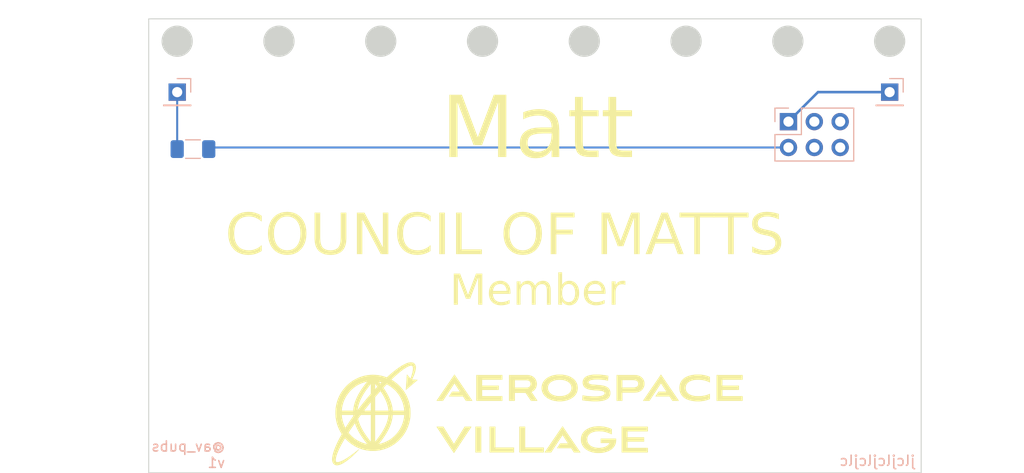
<source format=kicad_pcb>
(kicad_pcb (version 20220621) (generator pcbnew)
  (layers (0 "F.Cu" signal) (31 "B.Cu" signal) (34 "B.Paste" user) (35 "F.Paste" user) (36 "B.SilkS" user "B.Silkscreen") (37 "F.SilkS" user "F.Silkscreen") (38 "B.Mask" user) (39 "F.Mask" user) (44 "Edge.Cuts" user))
  (net 0 "")
  (footprint "Connector_PinHeader_2.54mm:PinHeader_2x03_P2.54mm_Vertical" (layer "B.Cu") (at 128.06 68.9 -90)
    (fp_text reference "REF**" hide)
    (fp_text value "PinHeader_2x03_P2.54mm_Vertical")
  )
  (footprint "Connector_PinHeader_2.54mm:PinHeader_1x01_P2.54mm_Vertical" (layer "B.Cu") (at 68 66 180)
    (fp_text reference "REF**" hide)
    (fp_text value "PinHeader_1x01_P2.54mm_Vertical")
  )
  (footprint "Resistor_SMD:R_1206_3216Metric_Pad1.30x1.75mm_HandSolder" (layer "B.Cu") (at 69.55 71.6 180)
    (fp_text reference "REF**" hide)
    (fp_text value "R_1206_3216Metric_Pad1.30x1.75mm_HandSolder")
  )
  (footprint "Connector_PinHeader_2.54mm:PinHeader_1x01_P2.54mm_Vertical" (layer "B.Cu") (at 138 66 180)
    (fp_text reference "REF**" hide)
    (fp_text value "PinHeader_1x01_P2.54mm_Vertical")
  )
  (gr_poly (pts (xy 85.964983 97.803052) (xy 85.894623 97.897778) (xy 85.824683 97.9928) (xy 85.755216 98.08805) (xy 85.75385 98.082507) (xy 85.720527 97.897981) (xy 85.720331 97.896716) (xy 85.720165 97.895517) (xy 85.699268 97.708614) (xy 86.035764 97.708614)) (stroke (width 0.04)) (fill solid) (layer "F.SilkS"))
  (gr_poly (pts (xy 112.975377 93.807647) (xy 113.03898 93.81158) (xy 113.100014 93.818016) (xy 113.15851 93.826858) (xy 113.214502 93.838009) (xy 113.268022 93.851371) (xy 113.319103 93.866848) (xy 113.367777 93.884342) (xy 113.414078 93.903756) (xy 113.458039 93.924993) (xy 113.499691 93.947956) (xy 113.539068 93.972547) (xy 113.576203 93.998669) (xy 113.611128 94.026225) (xy 113.643876 94.055119) (xy 113.674479 94.085252) (xy 113.702971 94.116528) (xy 113.729385 94.148849) (xy 113.753752 94.182118) (xy 113.776106 94.216238) (xy 113.79648 94.251112) (xy 113.814905 94.286643) (xy 113.831416 94.322733) (xy 113.846045 94.359286) (xy 113.858824 94.396203) (xy 113.869786 94.433389) (xy 113.878964 94.470745) (xy 113.886391 94.508175) (xy 113.896122 94.582866) (xy 113.899241 94.656686) (xy 113.896035 94.730558) (xy 113.886239 94.805401) (xy 113.869589 94.880422) (xy 113.84582 94.95483) (xy 113.81467 95.027833) (xy 113.796243 95.06356) (xy 113.775872 95.09864) (xy 113.753523 95.132973) (xy 113.729163 95.16646) (xy 113.70276 95.199002) (xy 113.674279 95.230501) (xy 113.643689 95.260857) (xy 113.610955 95.289971) (xy 113.576046 95.317746) (xy 113.538927 95.34408) (xy 113.499566 95.368877) (xy 113.45793 95.392036) (xy 113.413986 95.413459) (xy 113.367701 95.433048) (xy 113.319042 95.450702) (xy 113.267975 95.466323) (xy 113.214468 95.479812) (xy 113.158487 95.491071) (xy 113.1 95.5) (xy 113.038974 95.5065) (xy 112.975375 95.510473) (xy 112.90917 95.511819) (xy 111.728599 95.511819) (xy 111.728599 96.317211) (xy 111.183558 96.317211) (xy 111.183558 95.036627) (xy 111.729129 95.036627) (xy 112.794339 95.036627) (xy 112.834999 95.036019) (xy 112.873572 95.034227) (xy 112.910111 95.031294) (xy 112.944666 95.027269) (xy 112.977291 95.022195) (xy 113.008038 95.01612) (xy 113.036958 95.009089) (xy 113.064105 95.001148) (xy 113.089531 94.992343) (xy 113.113287 94.982719) (xy 113.135426 94.972323) (xy 113.155999 94.961199) (xy 113.175061 94.949395) (xy 113.192661 94.936956) (xy 113.208854 94.923927) (xy 113.22369 94.910355) (xy 113.237223 94.896285) (xy 113.249504 94.881763) (xy 113.260586 94.866836) (xy 113.270521 94.851548) (xy 113.279361 94.835946) (xy 113.287158 94.820075) (xy 113.293964 94.803982) (xy 113.299833 94.787712) (xy 113.304815 94.771311) (xy 113.308964 94.754825) (xy 113.314969 94.72178) (xy 113.318266 94.688945) (xy 113.319272 94.656686) (xy 113.318266 94.625265) (xy 113.314969 94.593163) (xy 113.308964 94.560754) (xy 113.299833 94.528412) (xy 113.287158 94.496511) (xy 113.270521 94.465423) (xy 113.260586 94.450301) (xy 113.249504 94.435523) (xy 113.237223 94.421135) (xy 113.22369 94.407184) (xy 113.208854 94.393716) (xy 113.192661 94.380779) (xy 113.175061 94.368419) (xy 113.155999 94.356683) (xy 113.135426 94.345618) (xy 113.113287 94.335269) (xy 113.089531 94.325685) (xy 113.064105 94.316911) (xy 113.036958 94.308994) (xy 113.008038 94.301982) (xy 112.977291 94.29592) (xy 112.944666 94.290856) (xy 112.910111 94.286835) (xy 112.873572 94.283906) (xy 112.834999 94.282114) (xy 112.794339 94.281506) (xy 111.729129 94.281506) (xy 111.729129 95.036627) (xy 111.183558 95.036627) (xy 111.183558 93.806315) (xy 112.90917 93.806315)) (stroke (width 0.04)) (fill solid) (layer "F.SilkS"))
  (gr_poly (pts (xy 102.175025 100.926252) (xy 104.005413 100.926252) (xy 104.005413 101.396153) (xy 101.629983 101.396153) (xy 101.629983 98.885256) (xy 102.175025 98.885256)) (stroke (width 0.04)) (fill solid) (layer "F.SilkS"))
  (gr_poly (pts (xy 96.982842 96.317211) (xy 96.372713 96.317211) (xy 96.092254 95.891761) (xy 94.725946 95.891761) (xy 95.018575 95.446731) (xy 95.802271 95.446731) (xy 95.242413 94.591598) (xy 94.682025 95.446731) (xy 94.682554 95.446731) (xy 94.389925 95.891761) (xy 94.38675 95.891761) (xy 94.111583 96.317211) (xy 93.501454 96.317211) (xy 95.242413 93.766098)) (stroke (width 0.04)) (fill solid) (layer "F.SilkS"))
  (gr_poly (pts (xy 109.501694 98.846205) (xy 109.589622 98.849679) (xy 109.676654 98.855424) (xy 109.762695 98.863403) (xy 109.847651 98.873581) (xy 109.931427 98.885921) (xy 110.013929 98.900386) (xy 110.095062 98.91694) (xy 110.174731 98.935547) (xy 110.252842 98.95617) (xy 110.329301 98.978772) (xy 110.404013 99.003318) (xy 110.476883 99.029771) (xy 110.547816 99.058094) (xy 110.616719 99.088251) (xy 110.683496 99.120206) (xy 110.683496 99.605452) (xy 110.550297 99.545158) (xy 110.412447 99.488919) (xy 110.341502 99.462705) (xy 110.269065 99.437964) (xy 110.195024 99.414852) (xy 110.119271 99.393521) (xy 110.041694 99.374124) (xy 109.962184 99.356816) (xy 109.880631 99.341749) (xy 109.796925 99.329078) (xy 109.710955 99.318955) (xy 109.622612 99.311535) (xy 109.531785 99.30697) (xy 109.438365 99.305414) (xy 109.341155 99.307648) (xy 109.241611 99.314603) (xy 109.140919 99.326661) (xy 109.040267 99.344201) (xy 108.940843 99.367604) (xy 108.891963 99.381623) (xy 108.843834 99.39725) (xy 108.796607 99.414534) (xy 108.750429 99.433522) (xy 108.705448 99.454261) (xy 108.661813 99.476798) (xy 108.619673 99.501182) (xy 108.579176 99.52746) (xy 108.54047 99.555679) (xy 108.503704 99.585888) (xy 108.469026 99.618133) (xy 108.436585 99.652463) (xy 108.406529 99.688924) (xy 108.379006 99.727565) (xy 108.354166 99.768433) (xy 108.332156 99.811576) (xy 108.313125 99.85704) (xy 108.297221 99.904874) (xy 108.284593 99.955126) (xy 108.275389 100.007843) (xy 108.269758 100.063071) (xy 108.267848 100.12086) (xy 108.269288 100.170369) (xy 108.273568 100.218574) (xy 108.280631 100.265456) (xy 108.290417 100.311) (xy 108.302869 100.355186) (xy 108.317927 100.397998) (xy 108.335534 100.439418) (xy 108.355632 100.479428) (xy 108.37816 100.518012) (xy 108.403062 100.555151) (xy 108.430279 100.590827) (xy 108.459752 100.625024) (xy 108.491423 100.657724) (xy 108.525234 100.688909) (xy 108.561126 100.718562) (xy 108.59904 100.746665) (xy 108.638918 100.773201) (xy 108.680703 100.798152) (xy 108.769755 100.843229) (xy 108.86573 100.881756) (xy 108.968159 100.913592) (xy 109.076575 100.938598) (xy 109.190512 100.956634) (xy 109.309501 100.967558) (xy 109.433075 100.97123) (xy 109.507382 100.969839) (xy 109.583633 100.965512) (xy 109.661188 100.958013) (xy 109.739412 100.947112) (xy 109.817667 100.932573) (xy 109.895316 100.914164) (xy 109.971722 100.891651) (xy 110.046247 100.864802) (xy 110.082605 100.849678) (xy 110.118254 100.833382) (xy 110.153114 100.815885) (xy 110.187106 100.797158) (xy 110.22015 100.777172) (xy 110.252167 100.755898) (xy 110.283076 100.733306) (xy 110.312798 100.709367) (xy 110.341254 100.684053) (xy 110.368363 100.657333) (xy 110.394047 100.629179) (xy 110.418224 100.599562) (xy 110.440817 100.568453) (xy 110.461745 100.535821) (xy 110.480928 100.501639) (xy 110.498288 100.465876) (xy 109.633098 100.465876) (xy 109.633098 100.060534) (xy 111.108415 100.060534) (xy 111.108642 100.076794) (xy 111.109242 100.092185) (xy 111.11106 100.122447) (xy 111.112031 100.138359) (xy 111.112879 100.155487) (xy 111.113478 100.174351) (xy 111.113705 100.195472) (xy 111.111367 100.270804) (xy 111.104439 100.343896) (xy 111.093051 100.414739) (xy 111.07733 100.483323) (xy 111.057408 100.549638) (xy 111.033411 100.613673) (xy 111.005471 100.675419) (xy 110.973716 100.734866) (xy 110.938275 100.792004) (xy 110.899277 100.846823) (xy 110.856852 100.899313) (xy 110.811129 100.949463) (xy 110.762236 100.997264) (xy 110.710303 101.042707) (xy 110.65546 101.08578) (xy 110.597834 101.126474) (xy 110.474755 101.200686) (xy 110.342099 101.265262) (xy 110.2009 101.320122) (xy 110.05219 101.365187) (xy 109.897003 101.400376) (xy 109.736372 101.42561) (xy 109.57133 101.440809) (xy 109.402911 101.445893) (xy 109.317479 101.444533) (xy 109.232815 101.440463) (xy 109.149049 101.433699) (xy 109.066306 101.424256) (xy 108.984715 101.41215) (xy 108.904403 101.397397) (xy 108.825497 101.380012) (xy 108.748125 101.360011) (xy 108.672414 101.337409) (xy 108.598491 101.312222) (xy 108.526485 101.284466) (xy 108.456522 101.254156) (xy 108.388729 101.221308) (xy 108.323235 101.185937) (xy 108.260167 101.148059) (xy 108.199651 101.10769) (xy 108.141816 101.064844) (xy 108.086789 101.019539) (xy 108.034698 100.971789) (xy 107.985669 100.92161) (xy 107.93983 100.869018) (xy 107.897308 100.814027) (xy 107.858232 100.756655) (xy 107.822728 100.696916) (xy 107.790923 100.634826) (xy 107.762946 100.5704) (xy 107.738924 100.503655) (xy 107.718983 100.434605) (xy 107.703252 100.363267) (xy 107.691858 100.289656) (xy 107.684928 100.213787) (xy 107.68259 100.135677) (xy 107.685069 100.054084) (xy 107.692407 99.97529) (xy 107.704449 99.899281) (xy 107.721043 99.826043) (xy 107.742036 99.755563) (xy 107.767275 99.687826) (xy 107.796607 99.62282) (xy 107.82988 99.560531) (xy 107.86694 99.500944) (xy 107.907634 99.444047) (xy 107.95181 99.389825) (xy 107.999314 99.338265) (xy 108.049995 99.289354) (xy 108.103698 99.243077) (xy 108.160271 99.199421) (xy 108.219561 99.158372) (xy 108.345682 99.084042) (xy 108.480835 99.019978) (xy 108.6238 98.966069) (xy 108.773351 98.922207) (xy 108.928267 98.888282) (xy 109.087323 98.864186) (xy 109.249297 98.849808) (xy 109.412965 98.845039)) (stroke (width 0.04)) (fill solid) (layer "F.SilkS"))
  (gr_poly (pts (xy 117.271091 96.317211) (xy 116.66096 96.317211) (xy 116.380502 95.891761) (xy 115.008903 95.891761) (xy 115.30153 95.446731) (xy 116.09052 95.446731) (xy 115.530661 94.591598) (xy 114.400361 96.317211) (xy 113.789702 96.317211) (xy 115.530661 93.766098)) (stroke (width 0.04)) (fill solid) (layer "F.SilkS"))
  (gr_poly (pts (xy 97.858083 101.396153) (xy 97.313041 101.396153) (xy 97.313041 98.885256) (xy 97.858083 98.885256)) (stroke (width 0.04)) (fill solid) (layer "F.SilkS"))
  (gr_poly (pts (xy 95.192142 100.585998) (xy 96.252592 98.885256) (xy 96.892884 98.885256) (xy 95.192142 101.446422) (xy 93.501454 98.885256) (xy 94.147038 98.885256)) (stroke (width 0.04)) (fill solid) (layer "F.SilkS"))
  (gr_poly (pts (xy 102.395747 93.807676) (xy 102.459351 93.811693) (xy 102.520384 93.818265) (xy 102.578881 93.82729) (xy 102.634874 93.838669) (xy 102.688395 93.852299) (xy 102.739478 93.868081) (xy 102.788155 93.885913) (xy 102.83446 93.905695) (xy 102.878425 93.927325) (xy 102.920083 93.950703) (xy 102.959466 93.975728) (xy 102.996608 94.002299) (xy 103.031542 94.030315) (xy 103.0643 94.059675) (xy 103.094915 94.090279) (xy 103.12342 94.122025) (xy 103.149849 94.154813) (xy 103.174232 94.188542) (xy 103.196605 94.223111) (xy 103.216999 94.258419) (xy 103.235447 94.294365) (xy 103.251983 94.330849) (xy 103.266638 94.367769) (xy 103.279446 94.405025) (xy 103.29044 94.442515) (xy 103.307116 94.517797) (xy 103.316929 94.592808) (xy 103.320141 94.66674) (xy 103.318368 94.724137) (xy 103.312973 94.78183) (xy 103.303845 94.839515) (xy 103.290872 94.896894) (xy 103.273943 94.953666) (xy 103.26396 94.981729) (xy 103.252946 95.009528) (xy 103.240887 95.037025) (xy 103.227769 95.064182) (xy 103.213578 95.090961) (xy 103.198301 95.117325) (xy 103.181923 95.143237) (xy 103.16443 95.168658) (xy 103.145809 95.193551) (xy 103.126045 95.217879) (xy 103.105125 95.241604) (xy 103.083034 95.264688) (xy 103.059758 95.287094) (xy 103.035285 95.308784) (xy 103.009599 95.329721) (xy 102.982686 95.349867) (xy 102.954534 95.369184) (xy 102.925127 95.387634) (xy 102.894452 95.405181) (xy 102.862495 95.421787) (xy 102.829242 95.437413) (xy 102.794679 95.452023) (xy 103.374644 96.317211) (xy 102.764515 96.317211) (xy 102.23429 95.531927) (xy 101.159023 95.531927) (xy 101.159023 96.317211) (xy 100.613982 96.317211) (xy 100.613982 95.051444) (xy 101.159554 95.051444) (xy 102.250168 95.051444) (xy 102.288061 95.050851) (xy 102.323985 95.0491) (xy 102.357992 95.046234) (xy 102.390131 95.042293) (xy 102.420452 95.037321) (xy 102.449005 95.031359) (xy 102.475841 95.02445) (xy 102.50101 95.016635) (xy 102.524562 95.007956) (xy 102.546547 94.998456) (xy 102.567016 94.988177) (xy 102.586018 94.97716) (xy 102.603604 94.965448) (xy 102.619824 94.953083) (xy 102.634728 94.940106) (xy 102.648366 94.926561) (xy 102.660789 94.912488) (xy 102.672047 94.89793) (xy 102.68219 94.882929) (xy 102.691268 94.867528) (xy 102.699331 94.851767) (xy 102.70643 94.83569) (xy 102.712615 94.819337) (xy 102.717935 94.802752) (xy 102.722442 94.785977) (xy 102.726184 94.769052) (xy 102.73158 94.734926) (xy 102.734522 94.70071) (xy 102.735414 94.66674) (xy 102.734522 94.635319) (xy 102.73158 94.603217) (xy 102.726184 94.570809) (xy 102.717935 94.538467) (xy 102.70643 94.506565) (xy 102.699331 94.490896) (xy 102.691268 94.475477) (xy 102.68219 94.460355) (xy 102.672047 94.445577) (xy 102.660789 94.431189) (xy 102.648366 94.417238) (xy 102.634727 94.40377) (xy 102.619823 94.390834) (xy 102.603603 94.378474) (xy 102.586017 94.366738) (xy 102.567015 94.355672) (xy 102.546546 94.345324) (xy 102.524561 94.335739) (xy 102.501009 94.326965) (xy 102.47584 94.319049) (xy 102.449004 94.312036) (xy 102.420451 94.305974) (xy 102.39013 94.30091) (xy 102.357992 94.29689) (xy 102.323985 94.29396) (xy 102.288061 94.292168) (xy 102.250168 94.291561) (xy 101.159554 94.291561) (xy 101.159554 95.051444) (xy 100.613982 95.051444) (xy 100.613982 93.806315) (xy 102.329541 93.806315)) (stroke (width 0.04)) (fill solid) (layer "F.SilkS"))
  (gr_poly (pts (xy 84.194193 99.603498) (xy 84.216151 99.635969) (xy 84.240715 99.671483) (xy 84.265675 99.706691) (xy 84.291064 99.741565) (xy 84.317734 99.777241) (xy 84.344818 99.812577) (xy 84.37231 99.847573) (xy 84.400205 99.882228) (xy 84.42162 99.908082) (xy 84.443369 99.933635) (xy 84.465343 99.958988) (xy 84.487435 99.984238) (xy 84.470557 100.012116) (xy 84.453473 100.039888) (xy 84.436447 100.067689) (xy 84.419739 100.095652) (xy 84.285178 100.329747) (xy 84.15369 100.565039) (xy 84.089812 100.68338) (xy 84.027559 100.802316) (xy 83.967217 100.921944) (xy 83.909072 101.042364) (xy 83.853257 101.163083) (xy 83.799492 101.284914) (xy 83.74863 101.407526) (xy 83.701527 101.530592) (xy 83.659038 101.653782) (xy 83.639791 101.71532) (xy 83.622018 101.776766) (xy 83.605825 101.838079) (xy 83.59132 101.899217) (xy 83.57861 101.96014) (xy 83.567801 102.020805) (xy 83.564567 102.05027) (xy 83.562065 102.079427) (xy 83.560382 102.108122) (xy 83.559605 102.136202) (xy 83.55982 102.163512) (xy 83.560327 102.176831) (xy 83.561114 102.1899) (xy 83.562193 102.2027) (xy 83.563573 102.215212) (xy 83.565267 102.227416) (xy 83.567284 102.239294) (xy 83.570034 102.250728) (xy 83.572937 102.261438) (xy 83.576011 102.271455) (xy 83.579274 102.280812) (xy 83.582745 102.289539) (xy 83.586441 102.297669) (xy 83.588379 102.301519) (xy 83.59038 102.305233) (xy 83.592446 102.308812) (xy 83.59458 102.312263) (xy 83.596783 102.315587) (xy 83.599059 102.31879) (xy 83.601408 102.321876) (xy 83.603835 102.324848) (xy 83.60634 102.32771) (xy 83.608926 102.330466) (xy 83.611595 102.333121) (xy 83.61435 102.335677) (xy 83.617192 102.33814) (xy 83.620125 102.340513) (xy 83.623149 102.3428) (xy 83.626268 102.345005) (xy 83.632799 102.349185) (xy 83.639734 102.353085) (xy 83.647548 102.356856) (xy 83.656077 102.360229) (xy 83.665282 102.363207) (xy 83.675121 102.365787) (xy 83.685552 102.367971) (xy 83.696535 102.369758) (xy 83.708028 102.371148) (xy 83.71999 102.372141) (xy 83.73238 102.372738) (xy 83.745157 102.372938) (xy 83.758279 102.37274) (xy 83.771705 102.372146) (xy 83.785395 102.371154) (xy 83.799306 102.369766) (xy 83.813398 102.36798) (xy 83.82763 102.365797) (xy 83.856413 102.360654) (xy 83.88557 102.354408) (xy 83.915032 102.347146) (xy 83.944735 102.338955) (xy 83.974611 102.32992) (xy 84.004595 102.320129) (xy 84.034619 102.309666) (xy 84.064618 102.298618) (xy 84.124859 102.274036) (xy 84.184741 102.247788) (xy 84.244273 102.219981) (xy 84.303468 102.190724) (xy 84.362335 102.160123) (xy 84.420885 102.128288) (xy 84.537077 102.061345) (xy 84.652128 101.990755) (xy 84.766122 101.917381) (xy 84.879144 101.842086) (xy 84.99128 101.765731) (xy 85.102258 101.686689) (xy 85.212558 101.606377) (xy 85.322199 101.524873) (xy 85.431201 101.442251) (xy 85.647364 101.273957) (xy 85.861201 101.102102) (xy 85.767273 101.20234) (xy 85.672341 101.301749) (xy 85.576295 101.400191) (xy 85.47902 101.49753) (xy 85.380407 101.593629) (xy 85.280342 101.68835) (xy 85.178713 101.781557) (xy 85.075409 101.873114) (xy 85.023365 101.918548) (xy 84.9708 101.963536) (xy 84.91769 102.008028) (xy 84.864009 102.051975) (xy 84.809733 102.095326) (xy 84.754837 102.138032) (xy 84.699295 102.180043) (xy 84.643084 102.22131) (xy 84.586235 102.262092) (xy 84.528711 102.302191) (xy 84.470381 102.341473) (xy 84.411115 102.3798) (xy 84.350782 102.417035) (xy 84.289252 102.453042) (xy 84.226395 102.487685) (xy 84.16208 102.520827) (xy 84.129147 102.53653) (xy 84.095766 102.551793) (xy 84.061839 102.566474) (xy 84.027266 102.58043) (xy 83.99195 102.593518) (xy 83.95579 102.605595) (xy 83.918689 102.616518) (xy 83.899754 102.621502) (xy 83.880547 102.626144) (xy 83.84166 102.634265) (xy 83.801233 102.641103) (xy 83.780457 102.643826) (xy 83.759316 102.645971) (xy 83.737814 102.64745) (xy 83.715959 102.648178) (xy 83.693757 102.648069) (xy 83.671214 102.647037) (xy 83.648336 102.644996) (xy 83.62513 102.641859) (xy 83.601601 102.63754) (xy 83.577757 102.631954) (xy 83.553604 102.625015) (xy 83.529147 102.616635) (xy 83.517116 102.611672) (xy 83.505227 102.606308) (xy 83.493475 102.600545) (xy 83.481853 102.594385) (xy 83.470355 102.587827) (xy 83.458974 102.580874) (xy 83.447706 102.573526) (xy 83.436543 102.565785) (xy 83.426476 102.557283) (xy 83.416524 102.548476) (xy 83.406697 102.539408) (xy 83.397008 102.530122) (xy 83.387468 102.520662) (xy 83.378088 102.511073) (xy 83.36888 102.501398) (xy 83.359855 102.491681) (xy 83.345605 102.470474) (xy 83.338566 102.459757) (xy 83.331637 102.44898) (xy 83.324858 102.438153) (xy 83.318266 102.427287) (xy 83.3119 102.416394) (xy 83.305801 102.405485) (xy 83.301289 102.394721) (xy 83.296874 102.383871) (xy 83.288308 102.361957) (xy 83.280039 102.339845) (xy 83.272005 102.317635) (xy 83.266498 102.29601) (xy 83.26166 102.274588) (xy 83.257454 102.253361) (xy 83.253846 102.232322) (xy 83.250798 102.211462) (xy 83.248274 102.190775) (xy 83.246238 102.170252) (xy 83.244654 102.149885) (xy 83.242695 102.10959) (xy 83.242109 102.069829) (xy 83.242605 102.03054) (xy 83.243893 101.99166) (xy 83.250802 101.915986) (xy 83.260272 101.841677) (xy 83.272085 101.76861) (xy 83.286026 101.69666) (xy 83.301876 101.625702) (xy 83.31942 101.555611) (xy 83.338439 101.486264) (xy 83.358718 101.417535) (xy 83.37991 101.349407) (xy 83.402146 101.281903) (xy 83.425325 101.214954) (xy 83.449348 101.148493) (xy 83.474115 101.082454) (xy 83.499527 101.01677) (xy 83.551884 100.886198) (xy 83.622417 100.719705) (xy 83.696161 100.555133) (xy 83.772864 100.39234) (xy 83.852275 100.231187) (xy 83.934142 100.071534) (xy 84.018211 99.913242) (xy 84.104231 99.75617) (xy 84.191911 99.600246)) (stroke (width 0.04)) (fill solid) (layer "F.SilkS"))
  (gr_poly (pts (xy 105.58127 93.766098) (xy 105.672591 93.767515) (xy 105.762631 93.771747) (xy 105.851283 93.778765) (xy 105.938442 93.78854) (xy 106.024002 93.801045) (xy 106.107856 93.816251) (xy 106.189898 93.834129) (xy 106.270022 93.854651) (xy 106.348122 93.877788) (xy 106.424093 93.903512) (xy 106.497827 93.931795) (xy 106.569219 93.962607) (xy 106.638163 93.995921) (xy 106.704552 94.031708) (xy 106.768281 94.069939) (xy 106.829244 94.110586) (xy 106.887333 94.15362) (xy 106.942444 94.199014) (xy 106.99447 94.246738) (xy 107.043305 94.296763) (xy 107.088843 94.349063) (xy 107.130977 94.403607) (xy 107.169603 94.460368) (xy 107.204613 94.519317) (xy 107.235901 94.580426) (xy 107.263362 94.643666) (xy 107.28689 94.709008) (xy 107.306377 94.776424) (xy 107.321719 94.845886) (xy 107.332808 94.917365) (xy 107.33954 94.990833) (xy 107.341807 95.066261) (xy 107.339538 95.140804) (xy 107.332803 95.213499) (xy 107.321706 95.284313) (xy 107.306355 95.353211) (xy 107.286857 95.420158) (xy 107.263317 95.485122) (xy 107.235842 95.548068) (xy 107.204538 95.608962) (xy 107.169512 95.667771) (xy 107.130871 95.724459) (xy 107.08872 95.778993) (xy 107.043165 95.83134) (xy 106.994314 95.881464) (xy 106.942273 95.929332) (xy 106.887148 95.974911) (xy 106.829045 96.018165) (xy 106.704333 96.097566) (xy 106.568987 96.167263) (xy 106.423858 96.226984) (xy 106.269799 96.276457) (xy 106.107659 96.315409) (xy 105.93829 96.343569) (xy 105.762544 96.360664) (xy 105.58127 96.366423) (xy 105.490415 96.364979) (xy 105.400782 96.36067) (xy 105.31248 96.353529) (xy 105.225618 96.34359) (xy 105.140305 96.330887) (xy 105.056651 96.315454) (xy 104.974763 96.297324) (xy 104.894752 96.276531) (xy 104.816725 96.253109) (xy 104.740793 96.227091) (xy 104.667064 96.198511) (xy 104.595648 96.167403) (xy 104.526652 96.1338) (xy 104.460187 96.097737) (xy 104.39636 96.059247) (xy 104.335282 96.018364) (xy 104.277061 95.975121) (xy 104.221807 95.929552) (xy 104.169627 95.881691) (xy 104.120632 95.831572) (xy 104.07493 95.779228) (xy 104.03263 95.724693) (xy 103.993841 95.668001) (xy 103.958673 95.609186) (xy 103.927234 95.54828) (xy 103.899633 95.485319) (xy 103.875979 95.420335) (xy 103.856382 95.353363) (xy 103.840949 95.284435) (xy 103.829791 95.213587) (xy 103.823017 95.140851) (xy 103.82075 95.06679) (xy 104.405992 95.06679) (xy 104.407434 95.113605) (xy 104.41172 95.159281) (xy 104.418796 95.203795) (xy 104.428602 95.247125) (xy 104.441084 95.289248) (xy 104.456183 95.33014) (xy 104.473843 95.36978) (xy 104.494007 95.408144) (xy 104.516618 95.445209) (xy 104.54162 95.480954) (xy 104.568955 95.515355) (xy 104.598566 95.548389) (xy 104.630397 95.580033) (xy 104.664391 95.610265) (xy 104.70049 95.639062) (xy 104.738639 95.666402) (xy 104.820856 95.716617) (xy 104.910586 95.760727) (xy 105.007375 95.798551) (xy 105.110767 95.829906) (xy 105.220308 95.854611) (xy 105.335542 95.872482) (xy 105.456014 95.883339) (xy 105.58127 95.886998) (xy 105.644468 95.88608) (xy 105.706527 95.883339) (xy 105.767389 95.878799) (xy 105.826999 95.872482) (xy 105.8853 95.864412) (xy 105.942233 95.854611) (xy 105.997744 95.843101) (xy 106.051774 95.829906) (xy 106.104267 95.815048) (xy 106.155166 95.798551) (xy 106.204415 95.780436) (xy 106.251955 95.760727) (xy 106.297731 95.739446) (xy 106.341685 95.716617) (xy 106.383761 95.692261) (xy 106.423902 95.666402) (xy 106.462051 95.639062) (xy 106.49815 95.610265) (xy 106.532144 95.580033) (xy 106.563975 95.548389) (xy 106.593586 95.515355) (xy 106.620921 95.480954) (xy 106.645923 95.445209) (xy 106.668534 95.408144) (xy 106.688698 95.36978) (xy 106.706358 95.33014) (xy 106.721457 95.289248) (xy 106.733938 95.247125) (xy 106.743745 95.203795) (xy 106.75082 95.159281) (xy 106.755107 95.113605) (xy 106.756549 95.06679) (xy 106.755107 95.019137) (xy 106.75082 94.972729) (xy 106.743745 94.927584) (xy 106.733938 94.88372) (xy 106.721457 94.841154) (xy 106.706358 94.799903) (xy 106.688698 94.759985) (xy 106.668534 94.721418) (xy 106.645923 94.684219) (xy 106.620921 94.648405) (xy 106.593586 94.613995) (xy 106.563975 94.581006) (xy 106.532144 94.549455) (xy 106.49815 94.519359) (xy 106.462051 94.490737) (xy 106.423902 94.463606) (xy 106.341685 94.413887) (xy 106.251955 94.370342) (xy 106.155166 94.333111) (xy 106.051774 94.302334) (xy 105.942233 94.278153) (xy 105.826999 94.260707) (xy 105.706527 94.250136) (xy 105.58127 94.246582) (xy 105.518073 94.247473) (xy 105.456014 94.250136) (xy 105.395152 94.254553) (xy 105.335542 94.260707) (xy 105.277242 94.268579) (xy 105.220308 94.278153) (xy 105.164797 94.289411) (xy 105.110767 94.302334) (xy 105.058274 94.316907) (xy 105.007375 94.333111) (xy 104.958127 94.350928) (xy 104.910586 94.370342) (xy 104.86481 94.391334) (xy 104.820856 94.413887) (xy 104.77878 94.437984) (xy 104.738639 94.463606) (xy 104.70049 94.490737) (xy 104.664391 94.519359) (xy 104.630397 94.549455) (xy 104.598566 94.581006) (xy 104.568955 94.613995) (xy 104.54162 94.648405) (xy 104.516618 94.684219) (xy 104.494007 94.721418) (xy 104.473843 94.759985) (xy 104.456183 94.799903) (xy 104.441084 94.841154) (xy 104.428602 94.88372) (xy 104.418796 94.927584) (xy 104.41172 94.972729) (xy 104.407434 95.019137) (xy 104.405992 95.06679) (xy 103.82075 95.06679) (xy 103.820734 95.066261) (xy 103.823017 94.990833) (xy 103.829791 94.917365) (xy 103.840949 94.845886) (xy 103.856382 94.776424) (xy 103.875979 94.709008) (xy 103.899633 94.643666) (xy 103.927234 94.580426) (xy 103.958673 94.519317) (xy 103.993841 94.460368) (xy 104.03263 94.403607) (xy 104.07493 94.349063) (xy 104.120632 94.296763) (xy 104.169627 94.246738) (xy 104.221807 94.199014) (xy 104.277061 94.15362) (xy 104.335282 94.110586) (xy 104.460187 94.031708) (xy 104.595648 93.962607) (xy 104.740793 93.903512) (xy 104.894752 93.854651) (xy 105.056651 93.816251) (xy 105.225618 93.78854) (xy 105.400782 93.771747) (xy 105.58127 93.766098)) (stroke (width 0.04)) (fill solid) (layer "F.SilkS"))
  (gr_poly (pts (xy 119.250511 93.766451) (xy 119.332131 93.7691) (xy 119.41202 93.773525) (xy 119.490242 93.779732) (xy 119.56686 93.787728) (xy 119.64194 93.79752) (xy 119.715546 93.809115) (xy 119.787741 93.82252) (xy 119.858591 93.837742) (xy 119.92816 93.854788) (xy 119.996511 93.873665) (xy 120.06371 93.89438) (xy 120.129821 93.916939) (xy 120.194908 93.94135) (xy 120.259035 93.967621) (xy 120.322267 93.995756) (xy 120.322267 94.511165) (xy 120.274432 94.48424) (xy 120.223055 94.45794) (xy 120.168216 94.432418) (xy 120.109996 94.407829) (xy 120.048473 94.384324) (xy 119.983728 94.362058) (xy 119.915841 94.341184) (xy 119.844891 94.321856) (xy 119.770959 94.304226) (xy 119.694123 94.28845) (xy 119.614464 94.274679) (xy 119.532062 94.263068) (xy 119.446997 94.253771) (xy 119.359348 94.246939) (xy 119.269195 94.242728) (xy 119.176619 94.24129) (xy 119.104868 94.242195) (xy 119.034989 94.244898) (xy 118.967008 94.249379) (xy 118.900952 94.25562) (xy 118.836847 94.2636) (xy 118.77472 94.273301) (xy 118.714598 94.284703) (xy 118.656508 94.297787) (xy 118.600475 94.312533) (xy 118.546527 94.328923) (xy 118.49469 94.346938) (xy 118.444991 94.366557) (xy 118.397457 94.387761) (xy 118.352114 94.410532) (xy 118.308989 94.43485) (xy 118.268108 94.460696) (xy 118.229499 94.48805) (xy 118.193187 94.516893) (xy 118.1592 94.547206) (xy 118.127564 94.57897) (xy 118.098306 94.612164) (xy 118.071452 94.646771) (xy 118.047029 94.682771) (xy 118.025064 94.720144) (xy 118.005583 94.758872) (xy 117.988613 94.798934) (xy 117.974181 94.840312) (xy 117.962313 94.882986) (xy 117.953036 94.926937) (xy 117.946376 94.972146) (xy 117.942361 95.018594) (xy 117.941017 95.066261) (xy 117.942347 95.113976) (xy 117.946322 95.160468) (xy 117.952922 95.205719) (xy 117.962125 95.24971) (xy 117.97391 95.292421) (xy 117.988257 95.333833) (xy 118.005144 95.373926) (xy 118.024551 95.412683) (xy 118.046456 95.450083) (xy 118.070838 95.486107) (xy 118.097676 95.520736) (xy 118.12695 95.553952) (xy 118.158637 95.585734) (xy 118.192718 95.616063) (xy 118.229171 95.644921) (xy 118.267976 95.672289) (xy 118.352553 95.722474) (xy 118.446283 95.766466) (xy 118.548997 95.804111) (xy 118.660526 95.835255) (xy 118.780704 95.859746) (xy 118.90936 95.87743) (xy 119.046328 95.888152) (xy 119.191438 95.891761) (xy 119.27997 95.890494) (xy 119.367213 95.886787) (xy 119.452932 95.88078) (xy 119.536892 95.872611) (xy 119.618859 95.862421) (xy 119.698597 95.850349) (xy 119.775872 95.836534) (xy 119.850448 95.821117) (xy 119.922091 95.804236) (xy 119.990567 95.78603) (xy 120.055639 95.766641) (xy 120.117074 95.746207) (xy 120.174635 95.724867) (xy 120.22809 95.702761) (xy 120.277202 95.680029) (xy 120.321736 95.65681) (xy 120.321736 96.142585) (xy 120.258452 96.16979) (xy 120.194182 96.195245) (xy 120.128883 96.218949) (xy 120.062511 96.240903) (xy 119.995022 96.261105) (xy 119.926374 96.279554) (xy 119.856523 96.29625) (xy 119.785425 96.311191) (xy 119.713038 96.324378) (xy 119.639317 96.335809) (xy 119.56422 96.345483) (xy 119.487703 96.353401) (xy 119.409722 96.35956) (xy 119.330235 96.36396) (xy 119.249197 96.366601) (xy 119.166566 96.367481) (xy 119.063277 96.366121) (xy 118.962497 96.362054) (xy 118.864277 96.355295) (xy 118.768667 96.345863) (xy 118.675717 96.333775) (xy 118.585479 96.319048) (xy 118.498003 96.3017) (xy 118.413338 96.281748) (xy 118.331536 96.259209) (xy 118.252648 96.234101) (xy 118.176722 96.206441) (xy 118.103811 96.176246) (xy 118.033965 96.143535) (xy 117.967233 96.108323) (xy 117.903667 96.070628) (xy 117.843317 96.030468) (xy 117.786234 95.987861) (xy 117.732467 95.942822) (xy 117.682068 95.895371) (xy 117.635087 95.845524) (xy 117.591574 95.793298) (xy 117.55158 95.738711) (xy 117.515156 95.68178) (xy 117.482351 95.622522) (xy 117.453216 95.560956) (xy 117.427803 95.497097) (xy 117.40616 95.430964) (xy 117.38834 95.362574) (xy 117.374392 95.291944) (xy 117.364366 95.219092) (xy 117.358314 95.144035) (xy 117.356285 95.06679) (xy 117.356288 95.06679) (xy 117.358317 94.989545) (xy 117.364369 94.914487) (xy 117.374395 94.841634) (xy 117.388344 94.771004) (xy 117.406165 94.702613) (xy 117.427809 94.636479) (xy 117.453225 94.572618) (xy 117.482362 94.511049) (xy 117.51517 94.451788) (xy 117.551599 94.394853) (xy 117.591598 94.34026) (xy 117.635117 94.288028) (xy 117.682106 94.238173) (xy 117.732513 94.190713) (xy 117.78629 94.145664) (xy 117.843385 94.103045) (xy 117.903748 94.062872) (xy 117.967329 94.025163) (xy 118.034077 93.989934) (xy 118.103941 93.957204) (xy 118.25282 93.899306) (xy 118.413561 93.851608) (xy 118.585763 93.814247) (xy 118.769021 93.787362) (xy 118.962932 93.77109) (xy 119.167094 93.765569)) (stroke (width 0.04)) (fill solid) (layer "F.SilkS"))
  (gr_poly (pts (xy 109.287952 93.766953) (xy 109.381758 93.769415) (xy 109.47387 93.773329) (xy 109.563904 93.778542) (xy 109.736215 93.792245) (xy 109.895634 93.809291) (xy 110.039103 93.828446) (xy 110.163566 93.848474) (xy 110.265964 93.868144) (xy 110.343242 93.886219) (xy 110.318373 94.341302) (xy 110.228036 94.317454) (xy 110.126202 94.295075) (xy 110.013033 94.274692) (xy 109.888689 94.256834) (xy 109.753332 94.242027) (xy 109.607123 94.230797) (xy 109.450222 94.223673) (xy 109.282793 94.221182) (xy 109.200297 94.221806) (xy 109.118348 94.22382) (xy 109.037605 94.227436) (xy 108.958727 94.232865) (xy 108.882373 94.240318) (xy 108.809202 94.250008) (xy 108.739873 94.262145) (xy 108.706854 94.269198) (xy 108.675044 94.276942) (xy 108.644523 94.285404) (xy 108.615374 94.294611) (xy 108.58768 94.304588) (xy 108.561522 94.315362) (xy 108.536984 94.32696) (xy 108.514148 94.339407) (xy 108.493096 94.352731) (xy 108.47391 94.366959) (xy 108.456672 94.382115) (xy 108.441466 94.398228) (xy 108.428374 94.415322) (xy 108.417477 94.433426) (xy 108.408858 94.452565) (xy 108.4026 94.472765) (xy 108.398784 94.494054) (xy 108.397494 94.516457) (xy 108.397497 94.516457) (xy 108.403668 94.561913) (xy 108.421655 94.601113) (xy 108.45067 94.6346) (xy 108.489925 94.662916) (xy 108.538633 94.686604) (xy 108.596005 94.706208) (xy 108.661255 94.72227) (xy 108.733593 94.735333) (xy 108.896385 94.754636) (xy 109.07808 94.76846) (xy 109.472964 94.797047) (xy 109.673547 94.820498) (xy 109.867822 94.855847) (xy 109.960624 94.879339) (xy 110.049486 94.907436) (xy 110.133618 94.940678) (xy 110.212235 94.97961) (xy 110.284546 95.024773) (xy 110.349766 95.076712) (xy 110.407106 95.135969) (xy 110.455778 95.203087) (xy 110.494995 95.27861) (xy 110.523967 95.363079) (xy 110.541909 95.457039) (xy 110.548031 95.561031) (xy 110.545873 95.624518) (xy 110.539492 95.684662) (xy 110.529033 95.741551) (xy 110.514639 95.795272) (xy 110.496455 95.845912) (xy 110.474623 95.893558) (xy 110.449288 95.938296) (xy 110.420593 95.980214) (xy 110.388682 96.019399) (xy 110.353699 96.055938) (xy 110.315787 96.089918) (xy 110.27509 96.121425) (xy 110.231752 96.150548) (xy 110.185916 96.177372) (xy 110.087326 96.224474) (xy 109.98047 96.263428) (xy 109.866497 96.29493) (xy 109.746558 96.319675) (xy 109.6218 96.338361) (xy 109.493375 96.351682) (xy 109.362432 96.360336) (xy 109.230119 96.365017) (xy 109.097587 96.366423) (xy 108.934215 96.364591) (xy 108.768016 96.359205) (xy 108.600873 96.350433) (xy 108.434674 96.338443) (xy 108.271302 96.323402) (xy 108.112643 96.305478) (xy 107.960582 96.284837) (xy 107.817004 96.261648) (xy 107.837112 95.806565) (xy 107.984302 95.831296) (xy 108.129997 95.85271) (xy 108.275085 95.870812) (xy 108.420451 95.885609) (xy 108.566984 95.897107) (xy 108.715569 95.905312) (xy 108.867093 95.910231) (xy 109.022444 95.911869) (xy 109.119285 95.911125) (xy 109.214332 95.90875) (xy 109.306972 95.904523) (xy 109.39659 95.898226) (xy 109.482571 95.889641) (xy 109.5643 95.87855) (xy 109.641163 95.864733) (xy 109.677577 95.856734) (xy 109.712544 95.847972) (xy 109.745987 95.838419) (xy 109.77783 95.828048) (xy 109.807995 95.816832) (xy 109.836405 95.804744) (xy 109.862984 95.791755) (xy 109.887655 95.777839) (xy 109.910341 95.762969) (xy 109.930966 95.747116) (xy 109.949451 95.730254) (xy 109.965722 95.712356) (xy 109.979699 95.693394) (xy 109.991308 95.673341) (xy 110.000471 95.652169) (xy 110.007111 95.629851) (xy 110.011151 95.60636) (xy 110.012515 95.581669) (xy 110.006332 95.532184) (xy 109.98831 95.489326) (xy 109.959238 95.452541) (xy 109.919905 95.421275) (xy 109.8711 95.394972) (xy 109.813613 95.37308) (xy 109.748233 95.355045) (xy 109.67575 95.340311) (xy 109.512629 95.318533) (xy 109.330565 95.303314) (xy 108.934866 95.274818) (xy 108.733859 95.252676) (xy 108.539167 95.21936) (xy 108.446162 95.197127) (xy 108.357103 95.170438) (xy 108.27278 95.138738) (xy 108.193983 95.101475) (xy 108.121499 95.058093) (xy 108.056119 95.00804) (xy 107.998632 94.950759) (xy 107.949828 94.885698) (xy 107.910495 94.812302) (xy 107.881422 94.730017) (xy 107.8634 94.63829) (xy 107.857217 94.536565) (xy 107.859445 94.474482) (xy 107.866008 94.415768) (xy 107.876728 94.36033) (xy 107.891427 94.308078) (xy 107.909926 94.25892) (xy 107.932045 94.212764) (xy 107.957607 94.169517) (xy 107.986433 94.12909) (xy 108.018344 94.091389) (xy 108.053161 94.056324) (xy 108.090706 94.023802) (xy 108.130801 93.993733) (xy 108.173265 93.966023) (xy 108.217921 93.940583) (xy 108.313094 93.896141) (xy 108.41489 93.859674) (xy 108.52188 93.830448) (xy 108.632633 93.80773) (xy 108.745721 93.790787) (xy 108.859715 93.778886) (xy 108.973185 93.771293) (xy 109.084701 93.767274) (xy 109.192834 93.766098)) (stroke (width 0.04)) (fill solid) (layer "F.SilkS"))
  (gr_poly (pts (xy 87.044384 96.427555) (xy 86.864793 96.648057) (xy 86.686823 96.869908) (xy 86.510331 97.092947) (xy 86.33519 97.316994) (xy 85.699263 97.316994) (xy 85.699785 97.312331) (xy 85.776113 97.208996) (xy 85.852726 97.105861) (xy 86.141438 96.734656) (xy 86.288053 96.550776) (xy 86.436196 96.368092) (xy 86.585884 96.18664) (xy 86.737134 96.006456) (xy 86.889962 95.827574) (xy 87.044384 95.650032)) (stroke (width 0.04)) (fill solid) (layer "F.SilkS"))
  (gr_poly (pts (xy 114.224678 99.32076) (xy 112.233954 99.32076) (xy 112.233954 99.93089) (xy 113.864845 99.93089) (xy 113.864845 100.326177) (xy 112.233954 100.326177) (xy 112.233954 100.96594) (xy 114.224678 100.96594) (xy 114.224678 101.396153) (xy 111.688911 101.396153) (xy 111.688911 98.885256) (xy 114.224678 98.885256)) (stroke (width 0.04)) (fill solid) (layer "F.SilkS"))
  (gr_poly (pts (xy 87.891669 95.225645) (xy 87.891981 95.226079) (xy 87.892608 95.22697) (xy 87.911716 95.254432) (xy 87.913008 95.256309) (xy 87.933605 95.286896) (xy 87.954087 95.317589) (xy 87.974767 95.348138) (xy 87.803487 95.539657) (xy 87.633392 95.732094) (xy 87.582467 95.790443) (xy 87.531936 95.849159) (xy 87.431234 95.966912) (xy 87.431234 95.220084) (xy 87.557876 95.083243) (xy 87.621574 95.015157) (xy 87.685682 94.947446)) (stroke (width 0.04)) (fill solid) (layer "F.SilkS"))
  (gr_poly (pts (xy 99.254025 100.926252) (xy 101.084412 100.926252) (xy 101.084412 101.396153) (xy 98.708454 101.396153) (xy 98.708454 98.885256) (xy 99.254025 98.885256)) (stroke (width 0.04)) (fill solid) (layer "F.SilkS"))
  (gr_poly (pts (xy 107.602159 101.396153) (xy 106.992029 101.396153) (xy 106.711571 100.971232) (xy 105.340499 100.971232) (xy 105.633128 100.526202) (xy 106.421588 100.526202) (xy 105.861729 99.67054) (xy 104.731429 101.396153) (xy 104.120771 101.396153) (xy 105.861729 98.845569)) (stroke (width 0.04)) (fill solid) (layer "F.SilkS"))
  (gr_poly (pts (xy 88.123069 94.510185) (xy 88.126175 94.511091) (xy 88.127151 94.511367) (xy 88.150594 94.518157) (xy 88.152844 94.518835) (xy 88.154194 94.519265) (xy 88.276116 94.560305) (xy 88.394172 94.605723) (xy 88.397066 94.606892) (xy 88.399945 94.608086) (xy 88.515562 94.658282) (xy 88.586284 94.692594) (xy 88.500259 94.782007) (xy 88.414655 94.871884) (xy 88.329533 94.962253) (xy 88.244931 95.053169) (xy 88.24493 95.053168) (xy 88.243505 95.051086) (xy 88.24245 95.049646) (xy 88.185138 94.96895) (xy 88.1263 94.887894) (xy 88.067091 94.807956) (xy 88.007633 94.729158) (xy 87.99538 94.713308) (xy 87.983144 94.697796) (xy 87.973637 94.685785) (xy 87.961474 94.670255) (xy 87.958644 94.66663) (xy 87.998113 94.626921) (xy 88.037742 94.587359) (xy 88.117281 94.508509)) (stroke (width 0.04)) (fill solid) (layer "F.SilkS"))
  (gr_poly (pts (xy 90.964555 92.563846) (xy 90.975582 92.564036) (xy 90.986685 92.564389) (xy 90.997863 92.56491) (xy 91.009115 92.565603) (xy 91.020441 92.566475) (xy 91.03184 92.56753) (xy 91.043313 92.568773) (xy 91.054673 92.570096) (xy 91.06613 92.571718) (xy 91.077685 92.573687) (xy 91.089338 92.576053) (xy 91.101091 92.578866) (xy 91.112944 92.582175) (xy 91.118908 92.58403) (xy 91.124897 92.586029) (xy 91.130911 92.588176) (xy 91.136951 92.590477) (xy 91.183563 92.607427) (xy 91.189315 92.610475) (xy 91.195059 92.613651) (xy 91.200789 92.616939) (xy 91.206499 92.620319) (xy 91.212185 92.623774) (xy 91.21784 92.627285) (xy 91.229039 92.634402) (xy 91.240137 92.641493) (xy 91.25114 92.648638) (xy 91.256573 92.652307) (xy 91.261944 92.656081) (xy 91.267239 92.65999) (xy 91.272447 92.664065) (xy 91.309447 92.701582) (xy 91.31427 92.706206) (xy 91.318832 92.710947) (xy 91.323157 92.715793) (xy 91.327268 92.720735) (xy 91.331187 92.725765) (xy 91.334937 92.730873) (xy 91.338543 92.736049) (xy 91.342026 92.741284) (xy 91.348717 92.751893) (xy 91.355196 92.762626) (xy 91.361647 92.773406) (xy 91.368254 92.784161) (xy 91.379111 92.806135) (xy 91.388711 92.828) (xy 91.397123 92.849744) (xy 91.404417 92.871358) (xy 91.410664 92.892832) (xy 91.415932 92.914156) (xy 91.420292 92.935319) (xy 91.423813 92.956313) (xy 91.426566 92.977127) (xy 91.428619 92.997752) (xy 91.430043 93.018177) (xy 91.430907 93.038392) (xy 91.431236 93.078153) (xy 91.430163 93.116957) (xy 91.42777 93.155362) (xy 91.424226 93.193206) (xy 91.419625 93.23052) (xy 91.414061 93.267333) (xy 91.407629 93.303675) (xy 91.400423 93.339575) (xy 91.392538 93.375063) (xy 91.384068 93.410169) (xy 91.35339 93.521173) (xy 91.319113 93.630067) (xy 91.281551 93.737026) (xy 91.241021 93.842223) (xy 91.197837 93.945833) (xy 91.152313 94.048029) (xy 91.104766 94.148986) (xy 91.055509 94.248877) (xy 91.603176 94.287015) (xy 90.47818 95.235794) (xy 90.583496 93.767873) (xy 90.930555 94.181698) (xy 90.967647 94.080528) (xy 91.003258 93.979063) (xy 91.036997 93.877362) (xy 91.068472 93.77548) (xy 91.097294 93.673474) (xy 91.12307 93.5714) (xy 91.145411 93.469316) (xy 91.163925 93.367278) (xy 91.168582 93.335165) (xy 91.172596 93.303162) (xy 91.175916 93.271331) (xy 91.178493 93.239736) (xy 91.180275 93.208438) (xy 91.181214 93.177501) (xy 91.181259 93.146986) (xy 91.180359 93.116957) (xy 91.179626 93.102219) (xy 91.178615 93.0876) (xy 91.177322 93.073144) (xy 91.175741 93.058893) (xy 91.173869 93.044892) (xy 91.171701 93.031182) (xy 91.169232 93.017808) (xy 91.166457 93.004813) (xy 91.163372 92.992239) (xy 91.159973 92.98013) (xy 91.156255 92.968529) (xy 91.152212 92.957479) (xy 91.147842 92.947024) (xy 91.143138 92.937206) (xy 91.138096 92.928069) (xy 91.132713 92.919656) (xy 91.127126 92.912136) (xy 91.121453 92.905234) (xy 91.115657 92.898925) (xy 91.1097 92.893184) (xy 91.103545 92.887986) (xy 91.097154 92.883304) (xy 91.090491 92.879113) (xy 91.083519 92.875388) (xy 91.076198 92.872103) (xy 91.068494 92.869234) (xy 91.060367 92.866753) (xy 91.051781 92.864636) (xy 91.042699 92.862858) (xy 91.033083 92.861392) (xy 91.022896 92.860214) (xy 91.0121 92.859298) (xy 91.000817 92.859075) (xy 90.989208 92.859202) (xy 90.977293 92.859681) (xy 90.965091 92.860514) (xy 90.952623 92.861703) (xy 90.939909 92.863251) (xy 90.926968 92.865161) (xy 90.913822 92.867434) (xy 90.900489 92.870073) (xy 90.88699 92.87308) (xy 90.873346 92.876458) (xy 90.859575 92.880209) (xy 90.845699 92.884334) (xy 90.831738 92.888837) (xy 90.81771 92.89372) (xy 90.803637 92.898986) (xy 90.775442 92.909216) (xy 90.74722 92.920237) (xy 90.718984 92.932007) (xy 90.690744 92.944486) (xy 90.634302 92.971411) (xy 90.577989 93.000691) (xy 90.5219 93.032005) (xy 90.466128 93.065032) (xy 90.410768 93.099451) (xy 90.355913 93.13494) (xy 90.30112 93.171296) (xy 90.246671 93.208493) (xy 90.192557 93.246473) (xy 90.138773 93.28518) (xy 90.085312 93.324557) (xy 90.032165 93.364546) (xy 89.979328 93.405091) (xy 89.926792 93.446136) (xy 89.822753 93.530179) (xy 89.719764 93.615936) (xy 89.617791 93.703281) (xy 89.516795 93.792091) (xy 89.416743 93.88224) (xy 89.317596 93.973604) (xy 89.219321 94.066058) (xy 89.12188 94.159477) (xy 89.109368 94.171417) (xy 89.096956 94.183468) (xy 89.072318 94.207776) (xy 89.047733 94.232145) (xy 89.022998 94.256292) (xy 89.145197 94.327438) (xy 89.294364 94.424276) (xy 89.438498 94.528078) (xy 89.57737 94.638609) (xy 89.710749 94.755635) (xy 89.838405 94.878925) (xy 89.960108 95.008243) (xy 90.075628 95.143357) (xy 90.184734 95.284033) (xy 90.287196 95.430038) (xy 90.382785 95.581139) (xy 90.471269 95.737101) (xy 90.552419 95.897692) (xy 90.626004 96.062679) (xy 90.691794 96.231827) (xy 90.749559 96.404903) (xy 90.799069 96.581674) (xy 90.840093 96.761907) (xy 90.872402 96.945368) (xy 90.895764 97.131824) (xy 90.909951 97.321041) (xy 90.91473 97.512785) (xy 90.909951 97.70453) (xy 90.895764 97.893747) (xy 90.872402 98.080202) (xy 90.840093 98.263663) (xy 90.799069 98.443896) (xy 90.749559 98.620667) (xy 90.691794 98.793744) (xy 90.626004 98.962892) (xy 90.552419 99.127878) (xy 90.471269 99.288469) (xy 90.382785 99.444432) (xy 90.287196 99.595532) (xy 90.184734 99.741537) (xy 90.075628 99.882213) (xy 89.960108 100.017327) (xy 89.838405 100.146646) (xy 89.710749 100.269935) (xy 89.57737 100.386962) (xy 89.438498 100.497492) (xy 89.294364 100.601294) (xy 89.145197 100.698133) (xy 88.991229 100.787775) (xy 88.832688 100.869988) (xy 88.669806 100.944538) (xy 88.502813 101.011192) (xy 88.331939 101.069715) (xy 88.157413 101.119876) (xy 87.979467 101.16144) (xy 87.798331 101.194173) (xy 87.614234 101.217844) (xy 87.427407 101.232217) (xy 87.23808 101.23706) (xy 87.048752 101.232217) (xy 86.86192 101.217844) (xy 86.677816 101.194173) (xy 86.49667 101.16144) (xy 86.318712 101.119876) (xy 86.144172 101.069715) (xy 85.973282 101.011192) (xy 85.806271 100.944538) (xy 85.643369 100.869988) (xy 85.484808 100.787775) (xy 85.330818 100.698133) (xy 85.181629 100.601294) (xy 85.037471 100.497493) (xy 84.898575 100.386962) (xy 84.765171 100.269935) (xy 84.637491 100.146646) (xy 84.515763 100.017328) (xy 84.400218 99.882214) (xy 84.291088 99.741538) (xy 84.194193 99.603498) (xy 84.191949 99.600179) (xy 84.191911 99.600246) (xy 84.188602 99.595532) (xy 84.092991 99.444432) (xy 84.004485 99.288469) (xy 83.923315 99.127878) (xy 83.878579 99.027603) (xy 84.529396 99.027603) (xy 84.546433 99.059082) (xy 84.55503 99.074774) (xy 84.563812 99.090338) (xy 84.580042 99.118195) (xy 84.596545 99.145854) (xy 84.613321 99.173324) (xy 84.630372 99.200616) (xy 84.647696 99.227728) (xy 84.66529 99.254648) (xy 84.683149 99.281372) (xy 84.701272 99.307896) (xy 84.719663 99.33422) (xy 84.738324 99.360341) (xy 84.757243 99.38626) (xy 84.775242 99.410408) (xy 84.776385 99.411992) (xy 84.777976 99.414017) (xy 84.785482 99.423807) (xy 84.794697 99.435524) (xy 84.813203 99.458895) (xy 84.813217 99.458874) (xy 84.855544 99.512751) (xy 84.938653 99.610071) (xy 85.025589 99.70383) (xy 85.11623 99.793907) (xy 85.210455 99.880178) (xy 85.30814 99.962522) (xy 85.409163 100.040817) (xy 85.513402 100.114942) (xy 85.620735 100.184773) (xy 85.731038 100.250189) (xy 85.84419 100.311069) (xy 85.960069 100.367289) (xy 86.078551 100.418729) (xy 86.199515 100.465265) (xy 86.322838 100.506777) (xy 86.448398 100.543142) (xy 86.576072 100.574238) (xy 86.705738 100.599944) (xy 87.769892 100.599944) (xy 87.769893 100.599944) (xy 87.769893 100.599943) (xy 87.899558 100.574238) (xy 88.027233 100.543142) (xy 88.152792 100.506777) (xy 88.276115 100.465265) (xy 88.397079 100.418729) (xy 88.515562 100.367289) (xy 88.63144 100.311069) (xy 88.744592 100.250189) (xy 88.854896 100.184773) (xy 88.962228 100.114942) (xy 89.167491 99.962522) (xy 89.3594 99.793907) (xy 89.536978 99.610071) (xy 89.699245 99.411992) (xy 89.845223 99.200644) (xy 89.911797 99.0903) (xy 89.973932 98.977004) (xy 90.031505 98.86088) (xy 90.084393 98.742048) (xy 90.132475 98.620631) (xy 90.175627 98.496751) (xy 90.213729 98.37053) (xy 90.246656 98.24209) (xy 90.274287 98.111552) (xy 90.2965 97.97904) (xy 90.313172 97.844674) (xy 90.32418 97.708577) (xy 89.163188 97.708577) (xy 89.155018 97.812974) (xy 89.143291 97.916607) (xy 89.109679 98.121523) (xy 89.063372 98.323212) (xy 89.005389 98.521559) (xy 88.936749 98.716452) (xy 88.858472 98.907778) (xy 88.771576 99.095424) (xy 88.677082 99.279276) (xy 88.576009 99.459221) (xy 88.469375 99.635147) (xy 88.358201 99.806939) (xy 88.243505 99.974485) (xy 88.126307 100.137672) (xy 88.007626 100.296386) (xy 87.769893 100.599943) (xy 87.769892 100.599944) (xy 86.705738 100.599944) (xy 86.468548 100.296364) (xy 86.233689 99.974411) (xy 86.119583 99.806833) (xy 86.009 99.635007) (xy 85.902918 99.459051) (xy 85.802319 99.279078) (xy 85.708181 99.095204) (xy 85.621484 98.907546) (xy 85.543209 98.716218) (xy 85.474335 98.521336) (xy 85.415891 98.323183) (xy 85.427566 98.3658) (xy 85.439911 98.408364) (xy 85.452759 98.450774) (xy 85.465979 98.493062) (xy 85.346771 98.66362) (xy 85.228372 98.834699) (xy 85.110877 99.006345) (xy 84.99438 99.178602) (xy 84.94853 99.248367) (xy 84.903229 99.318435) (xy 84.813217 99.458874) (xy 84.777976 99.414017) (xy 84.776409 99.411973) (xy 84.775242 99.410408) (xy 84.701299 99.307915) (xy 84.630408 99.200644) (xy 84.563834 99.0903) (xy 84.529424 99.027557) (xy 84.529396 99.027603) (xy 83.878579 99.027603) (xy 83.84971 98.962892) (xy 83.783902 98.793744) (xy 83.726121 98.620668) (xy 83.676597 98.443896) (xy 83.635561 98.263664) (xy 83.603243 98.080203) (xy 83.579873 97.893747) (xy 83.565986 97.708577) (xy 84.151451 97.708577) (xy 84.162459 97.844674) (xy 84.179131 97.97904) (xy 84.201344 98.111552) (xy 84.228975 98.24209) (xy 84.261902 98.37053) (xy 84.300004 98.496751) (xy 84.343156 98.620631) (xy 84.391238 98.742048) (xy 84.444126 98.86088) (xy 84.501699 98.977004) (xy 84.529424 99.027557) (xy 84.592751 98.922494) (xy 84.679958 98.782706) (xy 84.768606 98.643909) (xy 84.858588 98.506036) (xy 84.9498 98.369019) (xy 85.135482 98.097291) (xy 85.324795 97.8282) (xy 85.324939 97.829588) (xy 85.327004 97.850302) (xy 85.329042 97.872446) (xy 85.331232 97.894556) (xy 85.332484 97.905576) (xy 85.333895 97.91656) (xy 85.341388 97.968067) (xy 85.349706 98.019377) (xy 85.358825 98.07049) (xy 85.368641 98.120976) (xy 85.368708 98.121371) (xy 85.368799 98.121762) (xy 85.379388 98.172121) (xy 85.390808 98.222634) (xy 85.402967 98.272943) (xy 85.415801 98.322842) (xy 85.415841 98.323015) (xy 85.415891 98.323183) (xy 85.415853 98.323047) (xy 85.415801 98.322842) (xy 85.368799 98.121762) (xy 85.368724 98.121406) (xy 85.368641 98.120976) (xy 85.333915 97.91652) (xy 85.324939 97.829588) (xy 85.3248 97.828194) (xy 85.324795 97.8282) (xy 85.312447 97.708614) (xy 85.699247 97.708614) (xy 85.703292 97.755862) (xy 85.70817 97.802957) (xy 85.713857 97.849906) (xy 85.720165 97.895517) (xy 85.7203 97.896723) (xy 85.720527 97.897981) (xy 85.72757 97.943393) (xy 85.735565 97.98993) (xy 85.744315 98.036317) (xy 85.753817 98.082545) (xy 85.755161 98.088126) (xy 85.755216 98.08805) (xy 85.799034 98.26587) (xy 85.854971 98.446756) (xy 85.92078 98.62511) (xy 85.99558 98.800873) (xy 86.078492 98.97399) (xy 86.168634 99.144405) (xy 86.265127 99.312059) (xy 86.367088 99.476898) (xy 86.473639 99.638864) (xy 86.583898 99.797901) (xy 86.696984 99.953951) (xy 86.812018 100.10696) (xy 87.044405 100.403622) (xy 87.431226 100.403622) (xy 87.663764 100.10696) (xy 87.891956 99.797901) (xy 88.002226 99.638864) (xy 88.108775 99.476898) (xy 88.210724 99.312059) (xy 88.307195 99.144405) (xy 88.39731 98.97399) (xy 88.48019 98.800873) (xy 88.554958 98.62511) (xy 88.620734 98.446756) (xy 88.676642 98.26587) (xy 88.721802 98.082507) (xy 88.755337 97.896723) (xy 88.776367 97.708577) (xy 87.431226 97.708577) (xy 87.431226 100.403622) (xy 87.044405 100.403622) (xy 87.044405 97.708577) (xy 85.699263 97.708577) (xy 85.699268 97.708614) (xy 85.699247 97.708614) (xy 85.312447 97.708614) (xy 85.312443 97.708577) (xy 84.151451 97.708577) (xy 83.565986 97.708577) (xy 83.565682 97.70453) (xy 83.560901 97.512785) (xy 83.565682 97.321041) (xy 83.565985 97.31701) (xy 85.699245 97.31701) (xy 86.335177 97.31701) (xy 86.33519 97.316994) (xy 87.044405 97.316994) (xy 87.044405 94.621948) (xy 86.811866 94.918611) (xy 86.583675 95.22767) (xy 86.473404 95.386707) (xy 86.366856 95.548673) (xy 86.264907 95.713511) (xy 86.168436 95.881166) (xy 86.078321 96.05158) (xy 85.995441 96.224698) (xy 85.920673 96.400461) (xy 85.854896 96.578814) (xy 85.798989 96.759701) (xy 85.753829 96.943064) (xy 85.720294 97.128847) (xy 85.699785 97.312331) (xy 85.699764 97.312359) (xy 85.699245 97.31701) (xy 83.565985 97.31701) (xy 83.565986 97.316994) (xy 84.151451 97.316994) (xy 85.312443 97.316994) (xy 85.320613 97.212596) (xy 85.33234 97.108963) (xy 85.365952 96.904047) (xy 85.412259 96.702359) (xy 85.470242 96.504012) (xy 85.538882 96.309119) (xy 85.617159 96.117793) (xy 85.704054 95.930147) (xy 85.798548 95.746295) (xy 85.899622 95.56635) (xy 86.006255 95.390424) (xy 86.11743 95.218632) (xy 86.232126 95.051086) (xy 86.349324 94.887899) (xy 86.468005 94.729185) (xy 86.552403 94.621419) (xy 87.431226 94.621419) (xy 87.431226 97.316994) (xy 88.776367 97.316994) (xy 88.755337 97.12719) (xy 88.721802 96.940176) (xy 88.676642 96.755964) (xy 88.620734 96.574565) (xy 88.554958 96.39599) (xy 88.48019 96.220251) (xy 88.39731 96.047361) (xy 88.307195 95.87733) (xy 88.210724 95.71017) (xy 88.108775 95.545893) (xy 88.002226 95.38451) (xy 87.911716 95.254432) (xy 87.902568 95.241134) (xy 87.892608 95.22697) (xy 87.891956 95.226033) (xy 87.891669 95.225645) (xy 87.841104 95.155476) (xy 87.789673 95.085562) (xy 87.737822 95.016247) (xy 87.685689 94.947439) (xy 87.685682 94.947446) (xy 87.663764 94.917844) (xy 87.431226 94.621419) (xy 86.552403 94.621419) (xy 86.705738 94.425627) (xy 87.769893 94.425627) (xy 87.961474 94.670255) (xy 87.970904 94.682333) (xy 87.973637 94.685785) (xy 88.007626 94.729185) (xy 88.24245 95.049646) (xy 88.243484 95.051102) (xy 88.24493 95.053168) (xy 88.358201 95.218632) (xy 88.469375 95.390424) (xy 88.576009 95.56635) (xy 88.677082 95.746295) (xy 88.771577 95.930147) (xy 88.858472 96.117793) (xy 88.936749 96.309119) (xy 89.005389 96.504012) (xy 89.063372 96.702359) (xy 89.109679 96.904047) (xy 89.143291 97.108963) (xy 89.163188 97.316994) (xy 90.32418 97.316994) (xy 90.313172 97.180897) (xy 90.2965 97.046531) (xy 90.274287 96.914018) (xy 90.246656 96.783481) (xy 90.213729 96.655041) (xy 90.175628 96.52882) (xy 90.132475 96.40494) (xy 90.084393 96.283523) (xy 90.031505 96.164691) (xy 89.973932 96.048567) (xy 89.911797 95.935271) (xy 89.845223 95.824927) (xy 89.774332 95.717655) (xy 89.699246 95.613579) (xy 89.620087 95.51282) (xy 89.536978 95.4155) (xy 89.450042 95.32174) (xy 89.3594 95.231664) (xy 89.265176 95.145393) (xy 89.167491 95.063049) (xy 89.066468 94.984754) (xy 88.962229 94.910629) (xy 88.854896 94.840798) (xy 88.744593 94.775382) (xy 88.63144 94.714502) (xy 88.586284 94.692594) (xy 88.586306 94.692571) (xy 88.551082 94.675194) (xy 88.533409 94.666617) (xy 88.515612 94.658258) (xy 88.486221 94.644957) (xy 88.456657 94.63197) (xy 88.426934 94.619285) (xy 88.399945 94.608086) (xy 88.39708 94.606842) (xy 88.394172 94.605723) (xy 88.36706 94.594781) (xy 88.336908 94.582965) (xy 88.306604 94.571459) (xy 88.276144 94.560279) (xy 88.245533 94.549436) (xy 88.214781 94.538921) (xy 88.183885 94.528725) (xy 88.154194 94.519265) (xy 88.152793 94.518794) (xy 88.150594 94.518157) (xy 88.143992 94.516166) (xy 88.135089 94.513616) (xy 88.127151 94.511367) (xy 88.123069 94.510185) (xy 88.11729 94.5085) (xy 88.117281 94.508509) (xy 88.027233 94.482429) (xy 87.899559 94.451333) (xy 87.769893 94.425627) (xy 86.705738 94.425627) (xy 86.576073 94.451379) (xy 86.448403 94.482516) (xy 86.322851 94.518916) (xy 86.199537 94.560457) (xy 86.078584 94.607019) (xy 85.960114 94.658478) (xy 85.84425 94.714714) (xy 85.731113 94.775605) (xy 85.620825 94.841029) (xy 85.513509 94.910864) (xy 85.30828 95.063281) (xy 85.116401 95.231884) (xy 84.938851 95.415698) (xy 84.776605 95.61375) (xy 84.63064 95.825066) (xy 84.564069 95.935394) (xy 84.501934 96.048673) (xy 84.444357 96.164782) (xy 84.391461 96.283597) (xy 84.343368 96.404999) (xy 84.3002 96.528865) (xy 84.262079 96.655074) (xy 84.229127 96.783503) (xy 84.201466 96.914031) (xy 84.179218 97.046537) (xy 84.162506 97.180898) (xy 84.151451 97.316994) (xy 83.565986 97.316994) (xy 83.579873 97.131824) (xy 83.603243 96.945368) (xy 83.635561 96.761907) (xy 83.676597 96.581674) (xy 83.726121 96.404903) (xy 83.783902 96.231827) (xy 83.84971 96.062679) (xy 83.923315 95.897692) (xy 84.004485 95.737101) (xy 84.092991 95.581139) (xy 84.188602 95.430038) (xy 84.291088 95.284033) (xy 84.400218 95.143357) (xy 84.515763 95.008243) (xy 84.63749 94.878925) (xy 84.765171 94.755635) (xy 84.898575 94.638609) (xy 85.037471 94.528078) (xy 85.181629 94.424276) (xy 85.330818 94.327438) (xy 85.484808 94.237795) (xy 85.643369 94.155582) (xy 85.806271 94.081032) (xy 85.973282 94.014379) (xy 86.144172 93.955855) (xy 86.318712 93.905695) (xy 86.49667 93.864131) (xy 86.677816 93.831397) (xy 86.86192 93.807727) (xy 87.048752 93.793354) (xy 87.23808 93.788511) (xy 87.427407 93.793354) (xy 87.614234 93.807727) (xy 87.798331 93.831397) (xy 87.979467 93.864131) (xy 88.157413 93.905695) (xy 88.331939 93.955855) (xy 88.502813 94.014379) (xy 88.669806 94.081032) (xy 88.832688 94.155582) (xy 88.990544 94.23744) (xy 88.991242 94.237819) (xy 88.991945 94.238212) (xy 89.00906 94.248177) (xy 89.01502 94.251722) (xy 89.018983 94.25404) (xy 89.022971 94.256319) (xy 89.022998 94.256292) (xy 89.00906 94.248177) (xy 89.007131 94.247029) (xy 88.999229 94.242356) (xy 88.995251 94.240063) (xy 88.991945 94.238212) (xy 88.991229 94.237795) (xy 88.990544 94.23744) (xy 88.952026 94.216551) (xy 88.912527 94.195741) (xy 88.87275 94.175402) (xy 88.832699 94.15555) (xy 88.792376 94.13619) (xy 88.751785 94.117319) (xy 88.71093 94.098934) (xy 88.669814 94.081032) (xy 88.660675 94.077185) (xy 88.651488 94.073431) (xy 88.633017 94.066111) (xy 88.596021 94.051577) (xy 88.711396 93.94446) (xy 88.769308 93.891116) (xy 88.827737 93.838256) (xy 88.932596 93.747063) (xy 89.038468 93.656892) (xy 89.145427 93.567824) (xy 89.253551 93.47994) (xy 89.362915 93.393322) (xy 89.473596 93.308049) (xy 89.585668 93.224203) (xy 89.699208 93.141865) (xy 89.815179 93.062086) (xy 89.932341 92.983458) (xy 90.051636 92.907137) (xy 90.174008 92.834274) (xy 90.236641 92.799501) (xy 90.300397 92.766026) (xy 90.365394 92.733992) (xy 90.431748 92.703545) (xy 90.499578 92.674828) (xy 90.569002 92.647986) (xy 90.640137 92.623163) (xy 90.713101 92.600503) (xy 90.74082 92.592901) (xy 90.769208 92.585945) (xy 90.798266 92.579741) (xy 90.827994 92.5744) (xy 90.858391 92.570028) (xy 90.889459 92.566734) (xy 90.921196 92.564626) (xy 90.937316 92.56405) (xy 90.953603 92.563812)) (stroke (width 0.04)) (fill solid) (layer "F.SilkS"))
  (gr_poly (pts (xy 123.543831 94.24129) (xy 121.553105 94.24129) (xy 121.553105 94.851419) (xy 123.183467 94.851419) (xy 123.183467 95.246706) (xy 121.553105 95.246706) (xy 121.553105 95.886998) (xy 123.543831 95.886998) (xy 123.543831 96.317211) (xy 121.007536 96.317211) (xy 121.007536 93.806315) (xy 123.543831 93.806315)) (stroke (width 0.04)) (fill solid) (layer "F.SilkS"))
  (gr_poly (pts (xy 99.938766 94.24129) (xy 97.948041 94.24129) (xy 97.948041 94.851419) (xy 99.578932 94.851419) (xy 99.578932 95.246706) (xy 97.948041 95.246706) (xy 97.948041 95.886998) (xy 99.938766 95.886998) (xy 99.938766 96.317211) (xy 97.403 96.317211) (xy 97.403 93.806315) (xy 99.938766 93.806315)) (stroke (width 0.04)) (fill solid) (layer "F.SilkS"))
  (gr_circle (center 138 61) (end 139.486607 61) (stroke (width 0.1)) (fill solid) (layer "Edge.Cuts"))
  (gr_circle (center 98 61) (end 99.486607 61) (stroke (width 0.1)) (fill solid) (layer "Edge.Cuts"))
  (gr_rect (start 65.2 58.8) (end 141.1 103.4) (stroke (width 0.1)) (fill none) (layer "Edge.Cuts"))
  (gr_circle (center 118 61) (end 119.486607 61) (stroke (width 0.1)) (fill solid) (layer "Edge.Cuts"))
  (gr_circle (center 78 61) (end 79.486607 61) (stroke (width 0.1)) (fill solid) (layer "Edge.Cuts"))
  (gr_circle (center 68 61) (end 69.486607 61) (stroke (width 0.1)) (fill solid) (layer "Edge.Cuts"))
  (gr_circle (center 108 61) (end 109.486607 61) (stroke (width 0.1)) (fill solid) (layer "Edge.Cuts"))
  (gr_circle (center 128 61) (end 129.486607 61) (stroke (width 0.1)) (fill solid) (layer "Edge.Cuts"))
  (gr_circle (center 88 61) (end 89.486607 61) (stroke (width 0.1)) (fill solid) (layer "Edge.Cuts"))
  (gr_text "jlcjlcjlcjlc" (at 140.6 102.8) (layer "B.SilkS") (effects (font (size 1 1)) (justify left bottom mirror)))
  (gr_text "@av_pubs\nv1" (at 72.8 103) (layer "B.SilkS") (effects (font (size 1 1)) (justify left bottom mirror)))
  (gr_text "Member" (at 103.4 87.4) (layer "F.SilkS") (effects (font (size 3 3)) (justify bottom)))
  (gr_text "Matt" (at 103.4 73.4) (layer "F.SilkS") (effects (font (size 6 6)) (justify bottom)))
  (gr_text "COUNCIL OF MATTS" (at 72.7 82.6) (layer "F.SilkS") (effects (font (size 4 4)) (justify left bottom)))
  (segment (start 71.26 71.44) (end 71.1 71.6) (width 0.2) (layer "B.Cu") (net 0))
  (segment (start 130.96 66) (end 128.06 68.9) (width 0.25) (layer "B.Cu") (net 0))
  (segment (start 138 66) (end 130.96 66) (width 0.25) (layer "B.Cu") (net 0))
  (segment (start 68 71.6) (end 68 66) (width 0.2) (layer "B.Cu") (net 0))
  (segment (start 128.06 71.44) (end 71.26 71.44) (width 0.2) (layer "B.Cu") (net 0))
)
</source>
